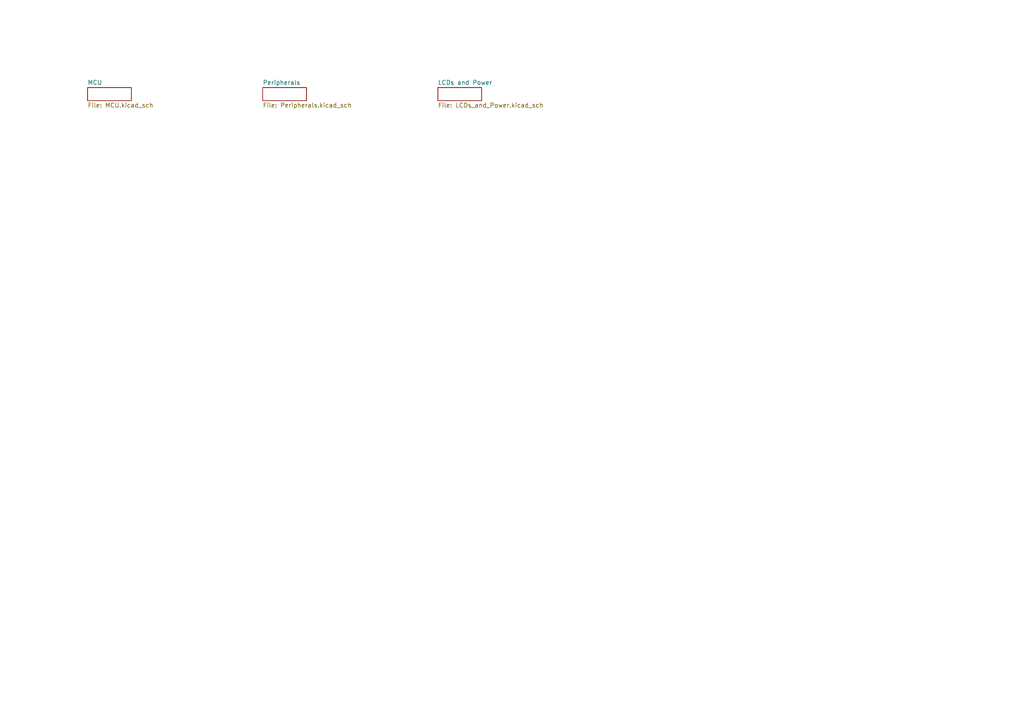
<source format=kicad_sch>
(kicad_sch (version 20230121) (generator eeschema)
  (paper "A4")
  (lib_symbols)
  (sheet (at 25.4 25.4) (size 12.7 3.81)
    (property "Sheetname" "MCU" (at 25.4 24.6884 0) (effects (justify left bottom)))
    (property "Sheetfile" "MCU.kicad_sch" (at 25.4 29.7946 0) (effects (justify left top)))
  )
  (sheet (at 76.2 25.4) (size 12.7 3.81)
    (property "Sheetname" "Peripherals" (at 76.2 24.6884 0) (effects (justify left bottom)))
    (property "Sheetfile" "Peripherals.kicad_sch" (at 76.2 29.7946 0) (effects (justify left top)))
  )
  (sheet (at 127 25.4) (size 12.7 3.81)
    (property "Sheetname" "LCDs and Power" (at 127 24.6884 0) (effects (justify left bottom)))
    (property "Sheetfile" "LCDs_and_Power.kicad_sch" (at 127 29.7946 0) (effects (justify left top)))
  )
)
</source>
